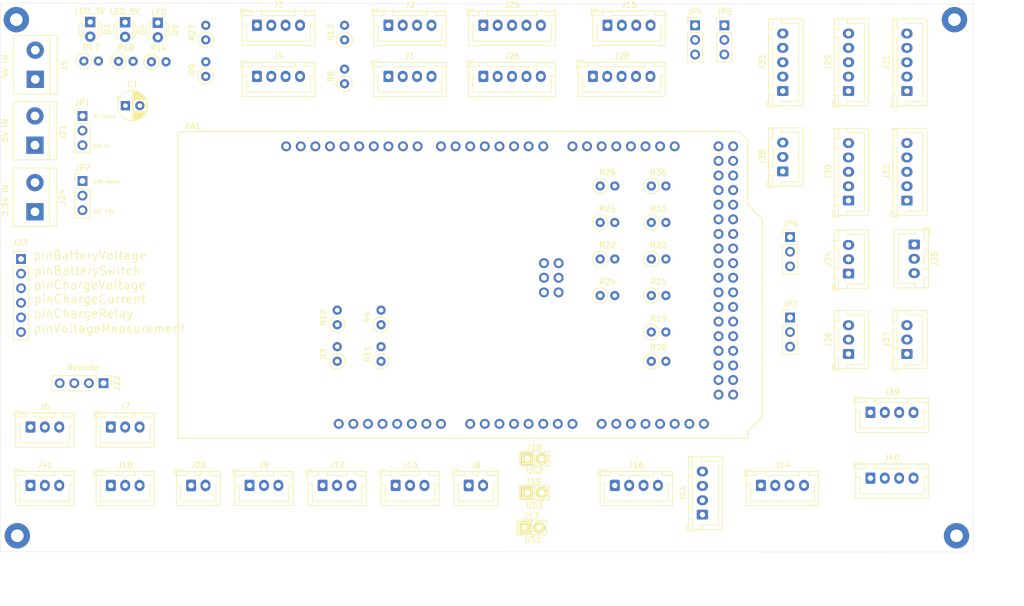
<source format=kicad_pcb>
(kicad_pcb (version 20171130) (host pcbnew "(5.1.9)-1")
  (layers (0 F.Cu signal) (31 B.Cu signal) (34 B.Paste user) (35 F.Paste user) (36 B.SilkS user) (37 F.SilkS user) (38 B.Mask user) (39 F.Mask user) (44 Edge.Cuts user))
  (net 0 "")
  (net 1 SCL1)
  (net 2 SDA1)
  (net 3 GND)
  (net 4 +9V)
  (net 5 pinMotorRightPWM)
  (net 6 pinMotorEnable)
  (net 7 pinMotorRightDir)
  (net 8 pinMotorLeftPWM)
  (net 9 pinMotorLeftDir)
  (net 10 pinMotorMowPWM)
  (net 11 pinMotorMowDir)
  (net 12 pinMotorMowEnable)
  (net 13 pinOdometryRight)
  (net 14 pinOdometryLeft)
  (net 15 pinDropLeft)
  (net 16 pinBumperLeft)
  (net 17 pinBumperRight)
  (net 18 pinDropRight)
  (net 19 pinBuzzer)
  (net 20 pinRemoteSwitch)
  (net 21 pinButton)
  (net 22 pinChargeRelay)
  (net 23 pinUserSwitch3)
  (net 24 pinUserSwitch2)
  (net 25 pinUserSwitch1)
  (net 26 pinRain)
  (net 27 pinSonarLeftEcho)
  (net 28 pinTilt)
  (net 29 pinSonarLeftTrigger)
  (net 30 pinSonarRightEcho)
  (net 31 pinSonarRightTrigger)
  (net 32 pinSonarCenterTrigger)
  (net 33 pinSonarCenterEcho)
  (net 34 pinChargeVoltage)
  (net 35 pinChargeCurrent)
  (net 36 pinVoltageMeasurement)
  (net 37 pinPerimeterLeft)
  (net 38 pinPerimeterRight)
  (net 39 pinBatteryVoltage)
  (net 40 pinRemoteSteer)
  (net 41 pinRemoteMow)
  (net 42 pinLED)
  (net 43 pinRemoteSpeed)
  (net 44 pinBatterySwitch)
  (net 45 SCL0)
  (net 46 SDA0)
  (net 47 "Net-(C1-Pad2)")
  (net 48 TX2)
  (net 49 RX2)
  (net 50 TX1)
  (net 51 RX1)
  (net 52 pinMotorMowRpm)
  (net 53 "Net-(J12-Pad3)")
  (net 54 "Net-(J13-Pad3)")
  (net 55 "Net-(D4-Pad2)")
  (net 56 "Net-(D5-Pad2)")
  (net 57 "Net-(J29-Pad4)")
  (net 58 +3V3)
  (net 59 +5V)
  (net 60 DUE_3.3V)
  (net 61 DUE_5V)
  (net 62 pinOdometryRight2)
  (net 63 pinOdometryLeft2)
  (net 64 "Net-(D3-Pad2)")
  (net 65 "Net-(J21-Pad2)")
  (net 66 "Net-(J24-Pad2)")
  (net 67 pinMotorRight2PWM)
  (net 68 pinMotorLeft2PWM)
  (net 69 "Net-(J37-Pad1)")
  (net 70 "Net-(J38-Pad1)")
  (net 71 "Net-(J33-Pad4)")
  (net 72 "Net-(J34-Pad2)")
  (net 73 "Net-(J34-Pad1)")
  (net 74 "Net-(J35-Pad1)")
  (net 75 "Net-(J36-Pad1)")
  (net 76 "Net-(J38-Pad2)")
  (net 77 TX3)
  (net 78 RX3)
  (net 79 pinMotorRight2Dir)
  (net 80 pinMotorLeft2Dir)
  (net 81 pinMotorMow2Sense)
  (net 82 pinMotorMow1Sense)
  (net 83 pinMotorLeftSense)
  (net 84 pinMotorRightSense)
  (net 85 pinMotorMowFault)
  (net 86 pinMotorLeftFault)
  (net 87 pinMotorRightFault)
  (module Connector_JST:JST_XH_B3B-XH-A_1x03_P2.50mm_Vertical (layer F.Cu) (at 107.95 119.38)
    (fp_text reference J13 (at 2.5 -3.55) (layer F.SilkS))
    (fp_text value P_Right)
    (pad 3 thru_hole oval (at 5 0) (size 1.7 1.95) (drill 0.95) (layers *.Cu *.Mask) (net 54 "Net-(J13-Pad3)"))
    (pad 2 thru_hole oval (at 2.5 0) (size 1.7 1.95) (drill 0.95) (layers *.Cu *.Mask) (net 3 GND))
    (pad 1 thru_hole roundrect (at 0 0) (size 1.7 1.95) (drill 0.95) (layers *.Cu *.Mask) (roundrect_rratio 0.147059) (net 59 +5V))
  )
  (module Connector_JST:JST_XH_B3B-XH-A_1x03_P2.50mm_Vertical (layer F.Cu) (at 95.25 119.38)
    (fp_text reference J12 (at 2.5 -3.55) (layer F.SilkS))
    (fp_text value P_Left)
    (pad 3 thru_hole oval (at 5 0) (size 1.7 1.95) (drill 0.95) (layers *.Cu *.Mask) (net 53 "Net-(J12-Pad3)"))
    (pad 2 thru_hole oval (at 2.5 0) (size 1.7 1.95) (drill 0.95) (layers *.Cu *.Mask) (net 3 GND))
    (pad 1 thru_hole roundrect (at 0 0) (size 1.7 1.95) (drill 0.95) (layers *.Cu *.Mask) (roundrect_rratio 0.147059) (net 59 +5V))
  )
  (module Connector_JST:JST_XH_B5B-XH-A_1x05_P2.50mm_Vertical (layer F.Cu) (at 142.24 48.26)
    (fp_text reference J28 (at 5 -3.55) (layer F.SilkS))
    (fp_text value Ser3)
    (pad 5 thru_hole oval (at 10 0) (size 1.7 1.95) (drill 0.95) (layers *.Cu *.Mask) (net 59 +5V))
    (pad 4 thru_hole oval (at 7.5 0) (size 1.7 1.95) (drill 0.95) (layers *.Cu *.Mask) (net 77 TX3))
    (pad 3 thru_hole oval (at 5 0) (size 1.7 1.95) (drill 0.95) (layers *.Cu *.Mask) (net 78 RX3))
    (pad 2 thru_hole oval (at 2.5 0) (size 1.7 1.95) (drill 0.95) (layers *.Cu *.Mask) (net 3 GND))
    (pad 1 thru_hole roundrect (at 0 0) (size 1.7 1.95) (drill 0.95) (layers *.Cu *.Mask) (roundrect_rratio 0.147059) (net 58 +3V3))
  )
  (module Connector_JST:JST_XH_B5B-XH-A_1x05_P2.50mm_Vertical (layer F.Cu) (at 123.19 48.26)
    (fp_text reference J26 (at 5 -3.55) (layer F.SilkS))
    (fp_text value Ser1)
    (pad 5 thru_hole oval (at 10 0) (size 1.7 1.95) (drill 0.95) (layers *.Cu *.Mask) (net 59 +5V))
    (pad 4 thru_hole oval (at 7.5 0) (size 1.7 1.95) (drill 0.95) (layers *.Cu *.Mask) (net 50 TX1))
    (pad 3 thru_hole oval (at 5 0) (size 1.7 1.95) (drill 0.95) (layers *.Cu *.Mask) (net 51 RX1))
    (pad 2 thru_hole oval (at 2.5 0) (size 1.7 1.95) (drill 0.95) (layers *.Cu *.Mask) (net 3 GND))
    (pad 1 thru_hole roundrect (at 0 0) (size 1.7 1.95) (drill 0.95) (layers *.Cu *.Mask) (roundrect_rratio 0.147059) (net 58 +3V3))
  )
  (module Connector_JST:JST_XH_B5B-XH-A_1x05_P2.50mm_Vertical (layer F.Cu) (at 123.19 39.37)
    (fp_text reference J25 (at 5 -3.55) (layer F.SilkS))
    (fp_text value Ser0)
    (pad 5 thru_hole oval (at 10 0) (size 1.7 1.95) (drill 0.95) (layers *.Cu *.Mask))
    (pad 4 thru_hole oval (at 7.5 0) (size 1.7 1.95) (drill 0.95) (layers *.Cu *.Mask))
    (pad 3 thru_hole oval (at 5 0) (size 1.7 1.95) (drill 0.95) (layers *.Cu *.Mask))
    (pad 2 thru_hole oval (at 2.5 0) (size 1.7 1.95) (drill 0.95) (layers *.Cu *.Mask))
    (pad 1 thru_hole roundrect (at 0 0) (size 1.7 1.95) (drill 0.95) (layers *.Cu *.Mask) (roundrect_rratio 0.147059))
  )
  (module Connector_JST:JST_XH_B4B-XH-A_1x04_P2.50mm_Vertical (layer F.Cu) (at 144.78 39.37)
    (fp_text reference J15 (at 3.75 -3.55) (layer F.SilkS))
    (fp_text value "Ser2 ESP32")
    (pad 4 thru_hole oval (at 7.5 0) (size 1.7 1.95) (drill 0.95) (layers *.Cu *.Mask) (net 4 +9V))
    (pad 3 thru_hole oval (at 5 0) (size 1.7 1.95) (drill 0.95) (layers *.Cu *.Mask) (net 48 TX2))
    (pad 2 thru_hole oval (at 2.5 0) (size 1.7 1.95) (drill 0.95) (layers *.Cu *.Mask) (net 49 RX2))
    (pad 1 thru_hole roundrect (at 0 0) (size 1.7 1.95) (drill 0.95) (layers *.Cu *.Mask) (roundrect_rratio 0.147059) (net 3 GND))
  )
  (module Connector_JST:JST_XH_B4B-XH-A_1x04_P2.50mm_Vertical (layer F.Cu) (at 146.05 119.38)
    (fp_text reference J16 (at 3.75 -3.55) (layer F.SilkS))
    (fp_text value Sonar_L)
    (pad 4 thru_hole oval (at 7.5 0) (size 1.7 1.95) (drill 0.95) (layers *.Cu *.Mask) (net 29 pinSonarLeftTrigger))
    (pad 3 thru_hole oval (at 5 0) (size 1.7 1.95) (drill 0.95) (layers *.Cu *.Mask) (net 27 pinSonarLeftEcho))
    (pad 2 thru_hole oval (at 2.5 0) (size 1.7 1.95) (drill 0.95) (layers *.Cu *.Mask) (net 3 GND))
    (pad 1 thru_hole roundrect (at 0 0) (size 1.7 1.95) (drill 0.95) (layers *.Cu *.Mask) (roundrect_rratio 0.147059) (net 58 +3V3))
  )
  (module Connector_JST:JST_XH_B4B-XH-A_1x04_P2.50mm_Vertical (layer F.Cu) (at 171.45 119.38)
    (fp_text reference J14 (at 3.75 -3.55) (layer F.SilkS))
    (fp_text value Sonar_R)
    (pad 4 thru_hole oval (at 7.5 0) (size 1.7 1.95) (drill 0.95) (layers *.Cu *.Mask) (net 31 pinSonarRightTrigger))
    (pad 3 thru_hole oval (at 5 0) (size 1.7 1.95) (drill 0.95) (layers *.Cu *.Mask) (net 30 pinSonarRightEcho))
    (pad 2 thru_hole oval (at 2.5 0) (size 1.7 1.95) (drill 0.95) (layers *.Cu *.Mask) (net 3 GND))
    (pad 1 thru_hole roundrect (at 0 0) (size 1.7 1.95) (drill 0.95) (layers *.Cu *.Mask) (roundrect_rratio 0.147059) (net 58 +3V3))
  )
  (module Connector_JST:JST_XH_B4B-XH-A_1x04_P2.50mm_Vertical (layer F.Cu) (at 161.29 124.46 90)
    (fp_text reference J11 (at 3.75 -3.55 90) (layer F.SilkS))
    (fp_text value Sonar_C)
    (pad 4 thru_hole oval (at 7.5 0 90) (size 1.7 1.95) (drill 0.95) (layers *.Cu *.Mask) (net 32 pinSonarCenterTrigger))
    (pad 3 thru_hole oval (at 5 0 90) (size 1.7 1.95) (drill 0.95) (layers *.Cu *.Mask) (net 33 pinSonarCenterEcho))
    (pad 2 thru_hole oval (at 2.5 0 90) (size 1.7 1.95) (drill 0.95) (layers *.Cu *.Mask) (net 3 GND))
    (pad 1 thru_hole roundrect (at 0 0 90) (size 1.7 1.95) (drill 0.95) (layers *.Cu *.Mask) (roundrect_rratio 0.147059) (net 58 +3V3))
  )
  (module Connector_JST:JST_XH_B2B-XH-A_1x02_P2.50mm_Vertical (layer F.Cu) (at 72.39 119.38)
    (fp_text reference J20 (at 1.25 -3.55) (layer F.SilkS))
    (fp_text value Button)
    (pad 2 thru_hole oval (at 2.5 0) (size 1.7 2) (drill 1) (layers *.Cu *.Mask) (net 21 pinButton))
    (pad 1 thru_hole roundrect (at 0 0) (size 1.7 2) (drill 1) (layers *.Cu *.Mask) (roundrect_rratio 0.147059) (net 3 GND))
  )
  (module Connector_JST:JST_XH_B2B-XH-A_1x02_P2.50mm_Vertical (layer F.Cu) (at 120.65 119.38)
    (fp_text reference J8 (at 1.25 -3.55) (layer F.SilkS))
    (fp_text value Tilt)
    (pad 2 thru_hole oval (at 2.5 0) (size 1.7 2) (drill 1) (layers *.Cu *.Mask) (net 28 pinTilt))
    (pad 1 thru_hole roundrect (at 0 0) (size 1.7 2) (drill 1) (layers *.Cu *.Mask) (roundrect_rratio 0.147059) (net 3 GND))
  )
  (module Connector_JST:JST_XH_B4B-XH-A_1x04_P2.50mm_Vertical (layer F.Cu) (at 83.82 48.26)
    (fp_text reference J4 (at 3.75 -3.55) (layer F.SilkS))
    (fp_text value I2C1_2)
    (pad 4 thru_hole oval (at 7.5 0) (size 1.7 1.95) (drill 0.95) (layers *.Cu *.Mask) (net 1 SCL1))
    (pad 3 thru_hole oval (at 5 0) (size 1.7 1.95) (drill 0.95) (layers *.Cu *.Mask) (net 2 SDA1))
    (pad 2 thru_hole oval (at 2.5 0) (size 1.7 1.95) (drill 0.95) (layers *.Cu *.Mask) (net 3 GND))
    (pad 1 thru_hole roundrect (at 0 0) (size 1.7 1.95) (drill 0.95) (layers *.Cu *.Mask) (roundrect_rratio 0.147059) (net 58 +3V3))
  )
  (module Connector_JST:JST_XH_B3B-XH-A_1x03_P2.50mm_Vertical (layer F.Cu) (at 58.42 119.38)
    (fp_text reference J10 (at 2.5 -3.55) (layer F.SilkS))
    (fp_text value Bumper)
    (pad 3 thru_hole oval (at 5 0) (size 1.7 1.95) (drill 0.95) (layers *.Cu *.Mask) (net 16 pinBumperLeft))
    (pad 2 thru_hole oval (at 2.5 0) (size 1.7 1.95) (drill 0.95) (layers *.Cu *.Mask) (net 17 pinBumperRight))
    (pad 1 thru_hole roundrect (at 0 0) (size 1.7 1.95) (drill 0.95) (layers *.Cu *.Mask) (roundrect_rratio 0.147059) (net 3 GND))
  )
  (module Connector_JST:JST_XH_B3B-XH-A_1x03_P2.50mm_Vertical (layer F.Cu) (at 82.55 119.38)
    (fp_text reference J9 (at 2.5 -3.55) (layer F.SilkS))
    (fp_text value Rain)
    (pad 3 thru_hole oval (at 5 0) (size 1.7 1.95) (drill 0.95) (layers *.Cu *.Mask) (net 26 pinRain))
    (pad 2 thru_hole oval (at 2.5 0) (size 1.7 1.95) (drill 0.95) (layers *.Cu *.Mask) (net 3 GND))
    (pad 1 thru_hole roundrect (at 0 0) (size 1.7 1.95) (drill 0.95) (layers *.Cu *.Mask) (roundrect_rratio 0.147059) (net 58 +3V3))
  )
  (module Connector_JST:JST_XH_B3B-XH-A_1x03_P2.50mm_Vertical (layer F.Cu) (at 58.42 109.22)
    (fp_text reference J7 (at 2.5 -3.55) (layer F.SilkS))
    (fp_text value Drop_Right)
    (pad 3 thru_hole oval (at 5 0) (size 1.7 1.95) (drill 0.95) (layers *.Cu *.Mask) (net 18 pinDropRight))
    (pad 2 thru_hole oval (at 2.5 0) (size 1.7 1.95) (drill 0.95) (layers *.Cu *.Mask) (net 3 GND))
    (pad 1 thru_hole roundrect (at 0 0) (size 1.7 1.95) (drill 0.95) (layers *.Cu *.Mask) (roundrect_rratio 0.147059) (net 58 +3V3))
  )
  (module Connector_JST:JST_XH_B3B-XH-A_1x03_P2.50mm_Vertical (layer F.Cu) (at 44.45 109.22)
    (fp_text reference J6 (at 2.5 -3.55) (layer F.SilkS))
    (fp_text value Drop_Left)
    (pad 3 thru_hole oval (at 5 0) (size 1.7 1.95) (drill 0.95) (layers *.Cu *.Mask) (net 15 pinDropLeft))
    (pad 2 thru_hole oval (at 2.5 0) (size 1.7 1.95) (drill 0.95) (layers *.Cu *.Mask) (net 3 GND))
    (pad 1 thru_hole roundrect (at 0 0) (size 1.7 1.95) (drill 0.95) (layers *.Cu *.Mask) (roundrect_rratio 0.147059) (net 58 +3V3))
  )
  (module Connector_JST:JST_XH_B4B-XH-A_1x04_P2.50mm_Vertical (layer F.Cu) (at 83.82 39.37)
    (fp_text reference J3 (at 3.75 -3.55) (layer F.SilkS))
    (fp_text value I2C1_1)
    (pad 4 thru_hole oval (at 7.5 0) (size 1.7 1.95) (drill 0.95) (layers *.Cu *.Mask) (net 1 SCL1))
    (pad 3 thru_hole oval (at 5 0) (size 1.7 1.95) (drill 0.95) (layers *.Cu *.Mask) (net 2 SDA1))
    (pad 2 thru_hole oval (at 2.5 0) (size 1.7 1.95) (drill 0.95) (layers *.Cu *.Mask) (net 3 GND))
    (pad 1 thru_hole roundrect (at 0 0) (size 1.7 1.95) (drill 0.95) (layers *.Cu *.Mask) (roundrect_rratio 0.147059) (net 58 +3V3))
  )
  (module Connector_JST:JST_XH_B4B-XH-A_1x04_P2.50mm_Vertical (layer F.Cu) (at 106.68 39.37)
    (fp_text reference J2 (at 3.75 -3.55) (layer F.SilkS))
    (fp_text value I2C0_2)
    (pad 4 thru_hole oval (at 7.5 0) (size 1.7 1.95) (drill 0.95) (layers *.Cu *.Mask) (net 45 SCL0))
    (pad 3 thru_hole oval (at 5 0) (size 1.7 1.95) (drill 0.95) (layers *.Cu *.Mask) (net 46 SDA0))
    (pad 2 thru_hole oval (at 2.5 0) (size 1.7 1.95) (drill 0.95) (layers *.Cu *.Mask) (net 3 GND))
    (pad 1 thru_hole roundrect (at 0 0) (size 1.7 1.95) (drill 0.95) (layers *.Cu *.Mask) (roundrect_rratio 0.147059) (net 58 +3V3))
  )
  (module Connector_JST:JST_XH_B4B-XH-A_1x04_P2.50mm_Vertical (layer F.Cu) (at 106.68 48.26)
    (fp_text reference J1 (at 3.75 -3.55) (layer F.SilkS))
    (fp_text value I2C0_1)
    (pad 4 thru_hole oval (at 7.5 0) (size 1.7 1.95) (drill 0.95) (layers *.Cu *.Mask) (net 45 SCL0))
    (pad 3 thru_hole oval (at 5 0) (size 1.7 1.95) (drill 0.95) (layers *.Cu *.Mask) (net 46 SDA0))
    (pad 2 thru_hole oval (at 2.5 0) (size 1.7 1.95) (drill 0.95) (layers *.Cu *.Mask) (net 3 GND))
    (pad 1 thru_hole roundrect (at 0 0) (size 1.7 1.95) (drill 0.95) (layers *.Cu *.Mask) (roundrect_rratio 0.147059) (net 58 +3V3))
  )
  (module Connector_JST:JST_XH_B3B-XH-A_1x03_P2.50mm_Vertical (layer F.Cu) (at 44.45 119.38)
    (fp_text reference J41 (at 2.5 -3.55) (layer F.SilkS))
    (fp_text value Buzzer)
    (pad 3 thru_hole oval (at 5 0) (size 1.7 1.95) (drill 0.95) (layers *.Cu *.Mask) (net 19 pinBuzzer))
    (pad 2 thru_hole oval (at 2.5 0) (size 1.7 1.95) (drill 0.95) (layers *.Cu *.Mask) (net 3 GND))
    (pad 1 thru_hole roundrect (at 0 0) (size 1.7 1.95) (drill 0.95) (layers *.Cu *.Mask) (roundrect_rratio 0.147059) (net 59 +5V))
  )
  (module Connector_JST:JST_XH_B4B-XH-A_1x04_P2.50mm_Vertical (layer F.Cu) (at 190.5 118.11)
    (fp_text reference J40 (at 3.75 -3.55) (layer F.SilkS))
    (fp_text value "MC33926 compatibility fault")
    (pad 4 thru_hole oval (at 7.5 0) (size 1.7 1.95) (drill 0.95) (layers *.Cu *.Mask))
    (pad 3 thru_hole oval (at 5 0) (size 1.7 1.95) (drill 0.95) (layers *.Cu *.Mask) (net 85 pinMotorMowFault))
    (pad 2 thru_hole oval (at 2.5 0) (size 1.7 1.95) (drill 0.95) (layers *.Cu *.Mask) (net 86 pinMotorLeftFault))
    (pad 1 thru_hole roundrect (at 0 0) (size 1.7 1.95) (drill 0.95) (layers *.Cu *.Mask) (roundrect_rratio 0.147059) (net 87 pinMotorRightFault))
  )
  (module Connector_JST:JST_XH_B4B-XH-A_1x04_P2.50mm_Vertical (layer F.Cu) (at 190.5 106.68)
    (fp_text reference J39 (at 3.75 -3.55) (layer F.SilkS))
    (fp_text value "MC33926 compatibility sense")
    (pad 4 thru_hole oval (at 7.5 0) (size 1.7 1.95) (drill 0.95) (layers *.Cu *.Mask) (net 81 pinMotorMow2Sense))
    (pad 3 thru_hole oval (at 5 0) (size 1.7 1.95) (drill 0.95) (layers *.Cu *.Mask) (net 82 pinMotorMow1Sense))
    (pad 2 thru_hole oval (at 2.5 0) (size 1.7 1.95) (drill 0.95) (layers *.Cu *.Mask) (net 83 pinMotorLeftSense))
    (pad 1 thru_hole roundrect (at 0 0) (size 1.7 1.95) (drill 0.95) (layers *.Cu *.Mask) (roundrect_rratio 0.147059) (net 84 pinMotorRightSense))
  )
  (module Resistor_THT:R_Axial_DIN0207_L6.3mm_D2.5mm_P2.54mm_Vertical (layer F.Cu) (at 74.93 41.91 90)
    (fp_text reference R27 (at 1.27 -2.37 90) (layer F.SilkS))
    (fp_text value XXX)
    (pad 2 thru_hole oval (at 2.54 0 90) (size 1.6 1.6) (drill 0.8) (layers *.Cu *.Mask) (net 58 +3V3))
    (pad 1 thru_hole circle (at 0 0 90) (size 1.6 1.6) (drill 0.8) (layers *.Cu *.Mask) (net 2 SDA1))
  )
  (module Resistor_THT:R_Axial_DIN0207_L6.3mm_D2.5mm_P2.54mm_Vertical (layer F.Cu) (at 99.06 41.91 90)
    (fp_text reference R13 (at 1.27 -2.37 90) (layer F.SilkS))
    (fp_text value XXX)
    (pad 2 thru_hole oval (at 2.54 0 90) (size 1.6 1.6) (drill 0.8) (layers *.Cu *.Mask) (net 58 +3V3))
    (pad 1 thru_hole circle (at 0 0 90) (size 1.6 1.6) (drill 0.8) (layers *.Cu *.Mask) (net 46 SDA0))
  )
  (module Resistor_THT:R_Axial_DIN0207_L6.3mm_D2.5mm_P2.54mm_Vertical (layer F.Cu) (at 74.93 48.26 90)
    (fp_text reference R9 (at 1.27 -2.37 90) (layer F.SilkS))
    (fp_text value XXX)
    (pad 2 thru_hole oval (at 2.54 0 90) (size 1.6 1.6) (drill 0.8) (layers *.Cu *.Mask) (net 58 +3V3))
    (pad 1 thru_hole circle (at 0 0 90) (size 1.6 1.6) (drill 0.8) (layers *.Cu *.Mask) (net 1 SCL1))
  )
  (module Resistor_THT:R_Axial_DIN0207_L6.3mm_D2.5mm_P2.54mm_Vertical (layer F.Cu) (at 99.06 49.53 90)
    (fp_text reference R8 (at 1.27 -2.37 90) (layer F.SilkS))
    (fp_text value XXX)
    (pad 2 thru_hole oval (at 2.54 0 90) (size 1.6 1.6) (drill 0.8) (layers *.Cu *.Mask) (net 58 +3V3))
    (pad 1 thru_hole circle (at 0 0 90) (size 1.6 1.6) (drill 0.8) (layers *.Cu *.Mask) (net 45 SCL0))
  )
  (module Connector_JST:JST_XH_B3B-XH-A_1x03_P2.50mm_Vertical (layer F.Cu) (at 175.26 64.77 90)
    (fp_text reference J38 (at 2.5 -3.55 90) (layer F.SilkS))
    (fp_text value ODOCutter)
    (pad 3 thru_hole oval (at 5 0 90) (size 1.7 1.95) (drill 0.95) (layers *.Cu *.Mask) (net 3 GND))
    (pad 2 thru_hole oval (at 2.5 0 90) (size 1.7 1.95) (drill 0.95) (layers *.Cu *.Mask) (net 76 "Net-(J38-Pad2)"))
    (pad 1 thru_hole roundrect (at 0 0 90) (size 1.7 1.95) (drill 0.95) (layers *.Cu *.Mask) (roundrect_rratio 0.147059) (net 70 "Net-(J38-Pad1)"))
  )
  (module Connector_JST:JST_XH_B3B-XH-A_1x03_P2.50mm_Vertical (layer F.Cu) (at 196.85 96.52 90)
    (fp_text reference J37 (at 2.5 -3.55 90) (layer F.SilkS))
    (fp_text value ODOLeft2)
    (pad 3 thru_hole oval (at 5 0 90) (size 1.7 1.95) (drill 0.95) (layers *.Cu *.Mask) (net 3 GND))
    (pad 2 thru_hole oval (at 2.5 0 90) (size 1.7 1.95) (drill 0.95) (layers *.Cu *.Mask) (net 72 "Net-(J34-Pad2)"))
    (pad 1 thru_hole roundrect (at 0 0 90) (size 1.7 1.95) (drill 0.95) (layers *.Cu *.Mask) (roundrect_rratio 0.147059) (net 69 "Net-(J37-Pad1)"))
  )
  (module Connector_JST:JST_XH_B3B-XH-A_1x03_P2.50mm_Vertical (layer F.Cu) (at 186.69 96.52 90)
    (fp_text reference J36 (at 2.5 -3.55 90) (layer F.SilkS))
    (fp_text value ODOLeft1)
    (pad 3 thru_hole oval (at 5 0 90) (size 1.7 1.95) (drill 0.95) (layers *.Cu *.Mask) (net 3 GND))
    (pad 2 thru_hole oval (at 2.5 0 90) (size 1.7 1.95) (drill 0.95) (layers *.Cu *.Mask) (net 72 "Net-(J34-Pad2)"))
    (pad 1 thru_hole roundrect (at 0 0 90) (size 1.7 1.95) (drill 0.95) (layers *.Cu *.Mask) (roundrect_rratio 0.147059) (net 75 "Net-(J36-Pad1)"))
  )
  (module Connector_JST:JST_XH_B3B-XH-A_1x03_P2.50mm_Vertical (layer F.Cu) (at 198.12 77.47 270)
    (fp_text reference J35 (at 2.5 -3.55 90) (layer F.SilkS))
    (fp_text value ODORight2)
    (pad 3 thru_hole oval (at 5 0 270) (size 1.7 1.95) (drill 0.95) (layers *.Cu *.Mask) (net 3 GND))
    (pad 2 thru_hole oval (at 2.5 0 270) (size 1.7 1.95) (drill 0.95) (layers *.Cu *.Mask) (net 72 "Net-(J34-Pad2)"))
    (pad 1 thru_hole roundrect (at 0 0 270) (size 1.7 1.95) (drill 0.95) (layers *.Cu *.Mask) (roundrect_rratio 0.147059) (net 74 "Net-(J35-Pad1)"))
  )
  (module Connector_JST:JST_XH_B3B-XH-A_1x03_P2.50mm_Vertical (layer F.Cu) (at 186.69 82.55 90)
    (fp_text reference J34 (at 2.5 -3.55 90) (layer F.SilkS))
    (fp_text value ODORight1)
    (pad 3 thru_hole oval (at 5 0 90) (size 1.7 1.95) (drill 0.95) (layers *.Cu *.Mask) (net 3 GND))
    (pad 2 thru_hole oval (at 2.5 0 90) (size 1.7 1.95) (drill 0.95) (layers *.Cu *.Mask) (net 72 "Net-(J34-Pad2)"))
    (pad 1 thru_hole roundrect (at 0 0 90) (size 1.7 1.95) (drill 0.95) (layers *.Cu *.Mask) (roundrect_rratio 0.147059) (net 73 "Net-(J34-Pad1)"))
  )
  (module Resistor_THT:R_Axial_DIN0207_L6.3mm_D2.5mm_P2.54mm_Vertical (layer F.Cu) (at 143.51 67.31)
    (fp_text reference R26 (at 1.27 -2.37) (layer F.SilkS))
    (fp_text value 1.5KO)
    (pad 2 thru_hole oval (at 2.54 0) (size 1.6 1.6) (drill 0.8) (layers *.Cu *.Mask) (net 3 GND))
    (pad 1 thru_hole circle (at 0 0) (size 1.6 1.6) (drill 0.8) (layers *.Cu *.Mask) (net 70 "Net-(J38-Pad1)"))
  )
  (module Resistor_THT:R_Axial_DIN0207_L6.3mm_D2.5mm_P2.54mm_Vertical (layer F.Cu) (at 143.51 73.66)
    (fp_text reference R25 (at 1.27 -2.37) (layer F.SilkS))
    (fp_text value 1.5KO)
    (pad 2 thru_hole oval (at 2.54 0) (size 1.6 1.6) (drill 0.8) (layers *.Cu *.Mask) (net 3 GND))
    (pad 1 thru_hole circle (at 0 0) (size 1.6 1.6) (drill 0.8) (layers *.Cu *.Mask) (net 69 "Net-(J37-Pad1)"))
  )
  (module Resistor_THT:R_Axial_DIN0207_L6.3mm_D2.5mm_P2.54mm_Vertical (layer F.Cu) (at 143.51 86.36)
    (fp_text reference R24 (at 1.27 -2.37) (layer F.SilkS))
    (fp_text value 1.5KO)
    (pad 2 thru_hole oval (at 2.54 0) (size 1.6 1.6) (drill 0.8) (layers *.Cu *.Mask) (net 3 GND))
    (pad 1 thru_hole circle (at 0 0) (size 1.6 1.6) (drill 0.8) (layers *.Cu *.Mask) (net 75 "Net-(J36-Pad1)"))
  )
  (module Resistor_THT:R_Axial_DIN0207_L6.3mm_D2.5mm_P2.54mm_Vertical (layer F.Cu) (at 152.4 80.01)
    (fp_text reference R23 (at 1.27 -2.37) (layer F.SilkS))
    (fp_text value 1.5KO)
    (pad 2 thru_hole oval (at 2.54 0) (size 1.6 1.6) (drill 0.8) (layers *.Cu *.Mask) (net 3 GND))
    (pad 1 thru_hole circle (at 0 0) (size 1.6 1.6) (drill 0.8) (layers *.Cu *.Mask) (net 74 "Net-(J35-Pad1)"))
  )
  (module Resistor_THT:R_Axial_DIN0207_L6.3mm_D2.5mm_P2.54mm_Vertical (layer F.Cu) (at 143.51 80.01)
    (fp_text reference R22 (at 1.27 -2.37) (layer F.SilkS))
    (fp_text value 1KO)
    (pad 2 thru_hole oval (at 2.54 0) (size 1.6 1.6) (drill 0.8) (layers *.Cu *.Mask) (net 70 "Net-(J38-Pad1)"))
    (pad 1 thru_hole circle (at 0 0) (size 1.6 1.6) (drill 0.8) (layers *.Cu *.Mask) (net 52 pinMotorMowRpm))
  )
  (module Resistor_THT:R_Axial_DIN0207_L6.3mm_D2.5mm_P2.54mm_Vertical (layer F.Cu) (at 152.4 86.36)
    (fp_text reference R21 (at 1.27 -2.37) (layer F.SilkS))
    (fp_text value 1KO)
    (pad 2 thru_hole oval (at 2.54 0) (size 1.6 1.6) (drill 0.8) (layers *.Cu *.Mask) (net 69 "Net-(J37-Pad1)"))
    (pad 1 thru_hole circle (at 0 0) (size 1.6 1.6) (drill 0.8) (layers *.Cu *.Mask) (net 63 pinOdometryLeft2))
  )
  (module Resistor_THT:R_Axial_DIN0207_L6.3mm_D2.5mm_P2.54mm_Vertical (layer F.Cu) (at 152.4 97.79)
    (fp_text reference R20 (at 1.27 -2.37) (layer F.SilkS))
    (fp_text value 1KO)
    (pad 2 thru_hole oval (at 2.54 0) (size 1.6 1.6) (drill 0.8) (layers *.Cu *.Mask) (net 75 "Net-(J36-Pad1)"))
    (pad 1 thru_hole circle (at 0 0) (size 1.6 1.6) (drill 0.8) (layers *.Cu *.Mask) (net 14 pinOdometryLeft))
  )
  (module Resistor_THT:R_Axial_DIN0207_L6.3mm_D2.5mm_P2.54mm_Vertical (layer F.Cu) (at 152.4 92.71)
    (fp_text reference R19 (at 1.27 -2.37) (layer F.SilkS))
    (fp_text value 1KO)
    (pad 2 thru_hole oval (at 2.54 0) (size 1.6 1.6) (drill 0.8) (layers *.Cu *.Mask) (net 74 "Net-(J35-Pad1)"))
    (pad 1 thru_hole circle (at 0 0) (size 1.6 1.6) (drill 0.8) (layers *.Cu *.Mask) (net 62 pinOdometryRight2))
  )
  (module Connector_PinHeader_2.54mm:PinHeader_1x03_P2.54mm_Vertical (layer F.Cu) (at 176.53 90.17)
    (fp_text reference JP7 (at 0 -2.33) (layer F.SilkS))
    (fp_text value CRPM_Power)
    (pad 3 thru_hole oval (at 0 5.08) (size 1.7 1.7) (drill 1) (layers *.Cu *.Mask) (net 59 +5V))
    (pad 2 thru_hole oval (at 0 2.54) (size 1.7 1.7) (drill 1) (layers *.Cu *.Mask) (net 76 "Net-(J38-Pad2)"))
    (pad 1 thru_hole rect (at 0 0) (size 1.7 1.7) (drill 1) (layers *.Cu *.Mask) (net 58 +3V3))
  )
  (module Connector_PinHeader_2.54mm:PinHeader_1x03_P2.54mm_Vertical (layer F.Cu) (at 176.53 76.2)
    (fp_text reference JP6 (at 0 -2.33) (layer F.SilkS))
    (fp_text value ODO_Power)
    (pad 3 thru_hole oval (at 0 5.08) (size 1.7 1.7) (drill 1) (layers *.Cu *.Mask) (net 59 +5V))
    (pad 2 thru_hole oval (at 0 2.54) (size 1.7 1.7) (drill 1) (layers *.Cu *.Mask) (net 72 "Net-(J34-Pad2)"))
    (pad 1 thru_hole rect (at 0 0) (size 1.7 1.7) (drill 1) (layers *.Cu *.Mask) (net 58 +3V3))
  )
  (module Connector_PinHeader_2.54mm:PinHeader_1x03_P2.54mm_Vertical (layer F.Cu) (at 165.1 39.37)
    (fp_text reference JP5 (at 0 -2.33) (layer F.SilkS))
    (fp_text value Cutter_Power)
    (pad 3 thru_hole oval (at 0 5.08) (size 1.7 1.7) (drill 1) (layers *.Cu *.Mask) (net 59 +5V))
    (pad 2 thru_hole oval (at 0 2.54) (size 1.7 1.7) (drill 1) (layers *.Cu *.Mask) (net 71 "Net-(J33-Pad4)"))
    (pad 1 thru_hole rect (at 0 0) (size 1.7 1.7) (drill 1) (layers *.Cu *.Mask) (net 58 +3V3))
  )
  (module Connector_PinHeader_2.54mm:PinHeader_1x03_P2.54mm_Vertical (layer F.Cu) (at 160.02 39.37)
    (fp_text reference JP4 (at 0 -2.33) (layer F.SilkS))
    (fp_text value Motor_Driver_Power)
    (pad 3 thru_hole oval (at 0 5.08) (size 1.7 1.7) (drill 1) (layers *.Cu *.Mask) (net 59 +5V))
    (pad 2 thru_hole oval (at 0 2.54) (size 1.7 1.7) (drill 1) (layers *.Cu *.Mask) (net 57 "Net-(J29-Pad4)"))
    (pad 1 thru_hole rect (at 0 0) (size 1.7 1.7) (drill 1) (layers *.Cu *.Mask) (net 58 +3V3))
  )
  (module Connector_JST:JST_XH_B5B-XH-A_1x05_P2.50mm_Vertical (layer F.Cu) (at 175.26 50.8 90)
    (fp_text reference J33 (at 5 -3.55 90) (layer F.SilkS))
    (fp_text value Cutter_Motor)
    (pad 5 thru_hole oval (at 10 0 90) (size 1.7 1.95) (drill 0.95) (layers *.Cu *.Mask) (net 3 GND))
    (pad 4 thru_hole oval (at 7.5 0 90) (size 1.7 1.95) (drill 0.95) (layers *.Cu *.Mask) (net 71 "Net-(J33-Pad4)"))
    (pad 3 thru_hole oval (at 5 0 90) (size 1.7 1.95) (drill 0.95) (layers *.Cu *.Mask) (net 12 pinMotorMowEnable))
    (pad 2 thru_hole oval (at 2.5 0 90) (size 1.7 1.95) (drill 0.95) (layers *.Cu *.Mask) (net 11 pinMotorMowDir))
    (pad 1 thru_hole roundrect (at 0 0 90) (size 1.7 1.95) (drill 0.95) (layers *.Cu *.Mask) (roundrect_rratio 0.147059) (net 10 pinMotorMowPWM))
  )
  (module Connector_JST:JST_XH_B5B-XH-A_1x05_P2.50mm_Vertical (layer F.Cu) (at 196.85 69.85 90)
    (fp_text reference J32 (at 5 -3.55 90) (layer F.SilkS))
    (fp_text value Motor_Left2)
    (pad 5 thru_hole oval (at 10 0 90) (size 1.7 1.95) (drill 0.95) (layers *.Cu *.Mask) (net 3 GND))
    (pad 4 thru_hole oval (at 7.5 0 90) (size 1.7 1.95) (drill 0.95) (layers *.Cu *.Mask) (net 57 "Net-(J29-Pad4)"))
    (pad 3 thru_hole oval (at 5 0 90) (size 1.7 1.95) (drill 0.95) (layers *.Cu *.Mask) (net 6 pinMotorEnable))
    (pad 2 thru_hole oval (at 2.5 0 90) (size 1.7 1.95) (drill 0.95) (layers *.Cu *.Mask) (net 80 pinMotorLeft2Dir))
    (pad 1 thru_hole roundrect (at 0 0 90) (size 1.7 1.95) (drill 0.95) (layers *.Cu *.Mask) (roundrect_rratio 0.147059) (net 68 pinMotorLeft2PWM))
  )
  (module Connector_JST:JST_XH_B5B-XH-A_1x05_P2.50mm_Vertical (layer F.Cu) (at 196.85 50.8 90)
    (fp_text reference J31 (at 5 -3.55 90) (layer F.SilkS))
    (fp_text value Motor_Left1)
    (pad 5 thru_hole oval (at 10 0 90) (size 1.7 1.95) (drill 0.95) (layers *.Cu *.Mask) (net 3 GND))
    (pad 4 thru_hole oval (at 7.5 0 90) (size 1.7 1.95) (drill 0.95) (layers *.Cu *.Mask) (net 57 "Net-(J29-Pad4)"))
    (pad 3 thru_hole oval (at 5 0 90) (size 1.7 1.95) (drill 0.95) (layers *.Cu *.Mask) (net 6 pinMotorEnable))
    (pad 2 thru_hole oval (at 2.5 0 90) (size 1.7 1.95) (drill 0.95) (layers *.Cu *.Mask) (net 9 pinMotorLeftDir))
    (pad 1 thru_hole roundrect (at 0 0 90) (size 1.7 1.95) (drill 0.95) (layers *.Cu *.Mask) (roundrect_rratio 0.147059) (net 8 pinMotorLeftPWM))
  )
  (module Connector_JST:JST_XH_B5B-XH-A_1x05_P2.50mm_Vertical (layer F.Cu) (at 186.69 69.85 90)
    (fp_text reference J30 (at 5 -3.55 90) (layer F.SilkS))
    (fp_text value Motor_Right2)
    (pad 5 thru_hole oval (at 10 0 90) (size 1.7 1.95) (drill 0.95) (layers *.Cu *.Mask) (net 3 GND))
    (pad 4 thru_hole oval (at 7.5 0 90) (size 1.7 1.95) (drill 0.95) (layers *.Cu *.Mask) (net 57 "Net-(J29-Pad4)"))
    (pad 3 thru_hole oval (at 5 0 90) (size 1.7 1.95) (drill 0.95) (layers *.Cu *.Mask) (net 6 pinMotorEnable))
    (pad 2 thru_hole oval (at 2.5 0 90) (size 1.7 1.95) (drill 0.95) (layers *.Cu *.Mask) (net 79 pinMotorRight2Dir))
    (pad 1 thru_hole roundrect (at 0 0 90) (size 1.7 1.95) (drill 0.95) (layers *.Cu *.Mask) (roundrect_rratio 0.147059) (net 67 pinMotorRight2PWM))
  )
  (module Connector_JST:JST_XH_B5B-XH-A_1x05_P2.50mm_Vertical (layer F.Cu) (at 186.69 50.8 90)
    (fp_text reference J29 (at 5 -3.55 90) (layer F.SilkS))
    (fp_text value Motor_Right1)
    (pad 5 thru_hole oval (at 10 0 90) (size 1.7 1.95) (drill 0.95) (layers *.Cu *.Mask) (net 3 GND))
    (pad 4 thru_hole oval (at 7.5 0 90) (size 1.7 1.95) (drill 0.95) (layers *.Cu *.Mask) (net 57 "Net-(J29-Pad4)"))
    (pad 3 thru_hole oval (at 5 0 90) (size 1.7 1.95) (drill 0.95) (layers *.Cu *.Mask) (net 6 pinMotorEnable))
    (pad 2 thru_hole oval (at 2.5 0 90) (size 1.7 1.95) (drill 0.95) (layers *.Cu *.Mask) (net 7 pinMotorRightDir))
    (pad 1 thru_hole roundrect (at 0 0 90) (size 1.7 1.95) (drill 0.95) (layers *.Cu *.Mask) (roundrect_rratio 0.147059) (net 5 pinMotorRightPWM))
  )
  (module Resistor_THT:R_Axial_DIN0207_L6.3mm_D2.5mm_P2.54mm_Vertical (layer F.Cu) (at 152.4 67.31)
    (fp_text reference R36 (at 1.27 -2.37) (layer F.SilkS))
    (fp_text value 1.5KO)
    (pad 2 thru_hole oval (at 2.54 0) (size 1.6 1.6) (drill 0.8) (layers *.Cu *.Mask) (net 3 GND))
    (pad 1 thru_hole circle (at 0 0) (size 1.6 1.6) (drill 0.8) (layers *.Cu *.Mask) (net 73 "Net-(J34-Pad1)"))
  )
  (module Resistor_THT:R_Axial_DIN0207_L6.3mm_D2.5mm_P2.54mm_Vertical (layer F.Cu) (at 152.4 73.66)
    (fp_text reference R31 (at 1.27 -2.37) (layer F.SilkS))
    (fp_text value 1KO)
    (pad 2 thru_hole oval (at 2.54 0) (size 1.6 1.6) (drill 0.8) (layers *.Cu *.Mask) (net 73 "Net-(J34-Pad1)"))
    (pad 1 thru_hole circle (at 0 0) (size 1.6 1.6) (drill 0.8) (layers *.Cu *.Mask) (net 13 pinOdometryRight))
  )
  (module TerminalBlock:TerminalBlock_bornier-2_P5.08mm (layer F.Cu) (at 45.23 60.21 90)
    (fp_text reference J21 (at 2.24 4.85 90) (layer F.SilkS))
    (fp_text value "5V IN" (at 2.59 -5.22 90) (layer F.SilkS))
    (pad 2 thru_hole circle (at 5.08 0 90) (size 3 3) (drill 1.52) (layers *.Cu *.Mask) (net 65 "Net-(J21-Pad2)"))
    (pad 1 thru_hole rect (at 0 0 90) (size 3 3) (drill 1.52) (layers *.Cu *.Mask) (net 3 GND))
  )
  (module Connector_PinHeader_2.54mm:PinHeader_1x04_P2.54mm_Vertical (layer F.Cu) (at 57.15 101.6 270)
    (fp_text reference J22 (at 0 -2.33 90) (layer F.SilkS))
    (fp_text value Remote (at -2.71 3.54) (layer F.SilkS))
    (pad 1 thru_hole rect (at 0 0 270) (size 1.7 1.7) (drill 1) (layers *.Cu *.Mask) (net 43 pinRemoteSpeed))
    (pad 2 thru_hole oval (at 0 2.54 270) (size 1.7 1.7) (drill 1) (layers *.Cu *.Mask) (net 40 pinRemoteSteer))
    (pad 3 thru_hole oval (at 0 5.08 270) (size 1.7 1.7) (drill 1) (layers *.Cu *.Mask) (net 41 pinRemoteMow))
    (pad 4 thru_hole oval (at 0 7.62 270) (size 1.7 1.7) (drill 1) (layers *.Cu *.Mask) (net 20 pinRemoteSwitch))
  )
  (module Connector_PinHeader_2.54mm:PinHeader_1x06_P2.54mm_Vertical (layer F.Cu) (at 42.81 80.01)
    (fp_text reference J23 (at -0.15 -2.82) (layer F.SilkS))
    (fp_text value PCB_2)
    (pad 6 thru_hole oval (at 0 12.7) (size 1.7 1.7) (drill 1) (layers *.Cu *.Mask) (net 36 pinVoltageMeasurement))
    (pad 5 thru_hole oval (at 0 10.16) (size 1.7 1.7) (drill 1) (layers *.Cu *.Mask) (net 22 pinChargeRelay))
    (pad 4 thru_hole oval (at 0 7.62) (size 1.7 1.7) (drill 1) (layers *.Cu *.Mask) (net 35 pinChargeCurrent))
    (pad 3 thru_hole oval (at 0 5.08) (size 1.7 1.7) (drill 1) (layers *.Cu *.Mask) (net 34 pinChargeVoltage))
    (pad 2 thru_hole oval (at 0 2.54) (size 1.7 1.7) (drill 1) (layers *.Cu *.Mask) (net 44 pinBatterySwitch))
    (pad 1 thru_hole rect (at 0 0) (size 1.7 1.7) (drill 1) (layers *.Cu *.Mask) (net 39 pinBatteryVoltage))
  )
  (module TerminalBlock:TerminalBlock_bornier-2_P5.08mm (layer F.Cu) (at 45.23 71.8 90)
    (fp_text reference J24 (at 2.52 4.73 90) (layer F.SilkS))
    (fp_text value "3.3V IN" (at 2.05 -5.16 90) (layer F.SilkS))
    (pad 2 thru_hole circle (at 5.08 0 90) (size 3 3) (drill 1.52) (layers *.Cu *.Mask) (net 66 "Net-(J24-Pad2)"))
    (pad 1 thru_hole rect (at 0 0 90) (size 3 3) (drill 1.52) (layers *.Cu *.Mask) (net 3 GND))
  )
  (module LED_THT:LED_D3.0mm (layer F.Cu) (at 66.59 38.93 270)
    (fp_text reference D5 (at 1.27 -2.96 90) (layer F.SilkS))
    (fp_text value LED (at -1.85 -0.19) (layer F.SilkS))
    (pad 2 thru_hole circle (at 2.54 0 270) (size 1.8 1.8) (drill 0.9) (layers *.Cu *.Mask) (net 56 "Net-(D5-Pad2)"))
    (pad 1 thru_hole rect (at 0 0 270) (size 1.8 1.8) (drill 0.9) (layers *.Cu *.Mask) (net 3 GND))
  )
  (module Connector_PinHeader_2.54mm:PinHeader_1x03_P2.54mm_Vertical (layer F.Cu) (at 53.49 66.44)
    (fp_text reference JP2 (at 0 -2.33) (layer F.SilkS))
    (fp_text value Jumper_3.3V)
    (pad 3 thru_hole oval (at 0 5.08) (size 1.7 1.7) (drill 1) (layers *.Cu *.Mask) (net 60 DUE_3.3V))
    (pad 2 thru_hole oval (at 0 2.54) (size 1.7 1.7) (drill 1) (layers *.Cu *.Mask) (net 58 +3V3))
    (pad 1 thru_hole rect (at 0 0) (size 1.7 1.7) (drill 1) (layers *.Cu *.Mask) (net 66 "Net-(J24-Pad2)"))
  )
  (module Connector_PinHeader_2.54mm:PinHeader_1x03_P2.54mm_Vertical (layer F.Cu) (at 53.49 55.14)
    (fp_text reference JP1 (at 0 -2.33) (layer F.SilkS))
    (fp_text value Jumper_5V)
    (pad 3 thru_hole oval (at 0 5.08) (size 1.7 1.7) (drill 1) (layers *.Cu *.Mask) (net 61 DUE_5V))
    (pad 2 thru_hole oval (at 0 2.54) (size 1.7 1.7) (drill 1) (layers *.Cu *.Mask) (net 59 +5V))
    (pad 1 thru_hole rect (at 0 0) (size 1.7 1.7) (drill 1) (layers *.Cu *.Mask) (net 65 "Net-(J21-Pad2)"))
  )
  (module MountingHole:MountingHole_2.2mm_M2_Pad_TopBottom (layer F.Cu) (at 42.16 128.13)
    (fp_text reference H4 (at 0.13 0) (layer F.SilkS))
    (fp_text value MountingHole_Pad)
    (pad 1 connect circle (at 0 0) (size 4.4 4.4) (layers B.Cu B.Mask) (net 3 GND))
    (pad 1 connect circle (at 0 0) (size 4.4 4.4) (layers F.Cu F.Mask) (net 3 GND))
    (pad 1 thru_hole circle (at 0 0) (size 2.6 2.6) (drill 2.2) (layers *.Cu *.Mask) (net 3 GND))
  )
  (module MountingHole:MountingHole_2.2mm_M2_Pad_TopBottom (layer F.Cu) (at 205.47 128.13)
    (fp_text reference H3 (at 0.05 0.15) (layer F.SilkS))
    (fp_text value MountingHole_Pad)
    (pad 1 connect circle (at 0 0) (size 4.4 4.4) (layers B.Cu B.Mask) (net 3 GND))
    (pad 1 connect circle (at 0 0) (size 4.4 4.4) (layers F.Cu F.Mask) (net 3 GND))
    (pad 1 thru_hole circle (at 0 0) (size 2.6 2.6) (drill 2.2) (layers *.Cu *.Mask) (net 3 GND))
  )
  (module MountingHole:MountingHole_2.2mm_M2_Pad_TopBottom (layer F.Cu) (at 205.12 38.39)
    (fp_text reference H2 (at -0.2 0.06) (layer F.SilkS))
    (fp_text value MountingHole_Pad)
    (pad 1 connect circle (at 0 0) (size 4.4 4.4) (layers B.Cu B.Mask) (net 3 GND))
    (pad 1 connect circle (at 0 0) (size 4.4 4.4) (layers F.Cu F.Mask) (net 3 GND))
    (pad 1 thru_hole circle (at 0 0) (size 2.6 2.6) (drill 2.2) (layers *.Cu *.Mask) (net 3 GND))
  )
  (module MountingHole:MountingHole_2.2mm_M2_Pad_TopBottom (layer F.Cu) (at 41.99 38.39)
    (fp_text reference H1 (at 0.15 -0.05) (layer F.SilkS))
    (fp_text value MountingHole_Pad)
    (pad 1 connect circle (at 0 0) (size 4.4 4.4) (layers B.Cu B.Mask) (net 3 GND))
    (pad 1 connect circle (at 0 0) (size 4.4 4.4) (layers F.Cu F.Mask) (net 3 GND))
    (pad 1 thru_hole circle (at 0 0) (size 2.6 2.6) (drill 2.2) (layers *.Cu *.Mask) (net 3 GND))
  )
  (module Zimprich:Pin_Header_KK110_1x02_3D (layer F.Cu) (at 132.08 120.65)
    (fp_text reference J19 (at -0.15 -2.04) (layer F.SilkS))
    (fp_text value US3 (at 0.02 2.18) (layer F.SilkS))
    (pad 2 thru_hole oval (at 1.27 0) (size 2.032 2.032) (drill 1.016) (layers *.Cu *.Mask F.SilkS) (net 23 pinUserSwitch3))
    (pad 1 thru_hole rect (at -1.27 0) (size 2.032 2.032) (drill 1.016) (layers *.Cu *.Mask F.SilkS) (net 3 GND))
  )
  (module TerminalBlock:TerminalBlock_bornier-2_P5.08mm (layer F.Cu) (at 45.28 48.77 90)
    (fp_text reference J5 (at 2.39 5.06 90) (layer F.SilkS))
    (fp_text value "9V IN" (at 2.3 -5.18 90) (layer F.SilkS))
    (pad 2 thru_hole circle (at 5.08 0 90) (size 3 3) (drill 1.52) (layers *.Cu *.Mask) (net 4 +9V))
    (pad 1 thru_hole rect (at 0 0 90) (size 3 3) (drill 1.52) (layers *.Cu *.Mask) (net 3 GND))
  )
  (module LED_THT:LED_D3.0mm (layer F.Cu) (at 54.84 38.8 270)
    (fp_text reference D3 (at 1.27 -2.96 90) (layer F.SilkS))
    (fp_text value LED_3V (at -1.89 0.1) (layer F.SilkS))
    (pad 2 thru_hole circle (at 2.54 0 270) (size 1.8 1.8) (drill 0.9) (layers *.Cu *.Mask) (net 64 "Net-(D3-Pad2)"))
    (pad 1 thru_hole rect (at 0 0 270) (size 1.8 1.8) (drill 0.9) (layers *.Cu *.Mask) (net 3 GND))
  )
  (module Zimprich:Pin_Header_KK110_1x02_3D (layer F.Cu) (at 132.08 114.74)
    (fp_text reference J18 (at -0.06 -2.05) (layer F.SilkS))
    (fp_text value US2 (at 0.03 2.08) (layer F.SilkS))
    (pad 2 thru_hole oval (at 1.27 0) (size 2.032 2.032) (drill 1.016) (layers *.Cu *.Mask F.SilkS) (net 24 pinUserSwitch2))
    (pad 1 thru_hole rect (at -1.27 0) (size 2.032 2.032) (drill 1.016) (layers *.Cu *.Mask F.SilkS) (net 3 GND))
  )
  (module Zimprich:Pin_Header_KK110_1x02_3D (layer F.Cu) (at 131.6 126.69)
    (fp_text reference J17 (at -0.05 -1.99) (layer F.SilkS))
    (fp_text value US1 (at 0.26 2.09) (layer F.SilkS))
    (pad 2 thru_hole oval (at 1.27 0) (size 2.032 2.032) (drill 1.016) (layers *.Cu *.Mask F.SilkS) (net 25 pinUserSwitch1))
    (pad 1 thru_hole rect (at -1.27 0) (size 2.032 2.032) (drill 1.016) (layers *.Cu *.Mask F.SilkS) (net 3 GND))
  )
  (module Arduino:Arduino_Due_Shield (layer F.Cu) (at 70.11 111.21)
    (fp_text reference XA1 (at 2.54 -54.356) (layer F.SilkS))
    (fp_text value Arduino_Due_Shield)
    (fp_text user . (at 62.484 -32.004) (layer F.SilkS))
    (pad MISO thru_hole oval (at 63.627 -30.48) (size 1.7272 1.7272) (drill 1.016) (layers *.Cu *.Mask))
    (pad GND6 thru_hole oval (at 96.52 -7.62) (size 1.7272 1.7272) (drill 1.016) (layers *.Cu *.Mask) (net 3 GND))
    (pad GND5 thru_hole oval (at 93.98 -7.62) (size 1.7272 1.7272) (drill 1.016) (layers *.Cu *.Mask) (net 3 GND))
    (pad D53 thru_hole oval (at 96.52 -10.16) (size 1.7272 1.7272) (drill 1.016) (layers *.Cu *.Mask) (net 19 pinBuzzer))
    (pad D52 thru_hole oval (at 93.98 -10.16) (size 1.7272 1.7272) (drill 1.016) (layers *.Cu *.Mask) (net 20 pinRemoteSwitch))
    (pad D51 thru_hole oval (at 96.52 -12.7) (size 1.7272 1.7272) (drill 1.016) (layers *.Cu *.Mask) (net 21 pinButton))
    (pad D50 thru_hole oval (at 93.98 -12.7) (size 1.7272 1.7272) (drill 1.016) (layers *.Cu *.Mask) (net 22 pinChargeRelay))
    (pad D49 thru_hole oval (at 96.52 -15.24) (size 1.7272 1.7272) (drill 1.016) (layers *.Cu *.Mask))
    (pad D48 thru_hole oval (at 93.98 -15.24) (size 1.7272 1.7272) (drill 1.016) (layers *.Cu *.Mask) (net 23 pinUserSwitch3))
    (pad D47 thru_hole oval (at 96.52 -17.78) (size 1.7272 1.7272) (drill 1.016) (layers *.Cu *.Mask) (net 24 pinUserSwitch2))
    (pad D46 thru_hole oval (at 93.98 -17.78) (size 1.7272 1.7272) (drill 1.016) (layers *.Cu *.Mask) (net 25 pinUserSwitch1))
    (pad D45 thru_hole oval (at 96.52 -20.32) (size 1.7272 1.7272) (drill 1.016) (layers *.Cu *.Mask) (net 15 pinDropLeft))
    (pad D44 thru_hole oval (at 93.98 -20.32) (size 1.7272 1.7272) (drill 1.016) (layers *.Cu *.Mask) (net 26 pinRain))
    (pad D43 thru_hole oval (at 96.52 -22.86) (size 1.7272 1.7272) (drill 1.016) (layers *.Cu *.Mask))
    (pad D42 thru_hole oval (at 93.98 -22.86) (size 1.7272 1.7272) (drill 1.016) (layers *.Cu *.Mask))
    (pad D41 thru_hole oval (at 96.52 -25.4) (size 1.7272 1.7272) (drill 1.016) (layers *.Cu *.Mask) (net 79 pinMotorRight2Dir))
    (pad D40 thru_hole oval (at 93.98 -25.4) (size 1.7272 1.7272) (drill 1.016) (layers *.Cu *.Mask) (net 80 pinMotorLeft2Dir))
    (pad D39 thru_hole oval (at 96.52 -27.94) (size 1.7272 1.7272) (drill 1.016) (layers *.Cu *.Mask) (net 16 pinBumperLeft))
    (pad D38 thru_hole oval (at 93.98 -27.94) (size 1.7272 1.7272) (drill 1.016) (layers *.Cu *.Mask) (net 17 pinBumperRight))
    (pad D37 thru_hole oval (at 96.52 -30.48) (size 1.7272 1.7272) (drill 1.016) (layers *.Cu *.Mask) (net 6 pinMotorEnable))
    (pad D36 thru_hole oval (at 93.98 -30.48) (size 1.7272 1.7272) (drill 1.016) (layers *.Cu *.Mask) (net 27 pinSonarLeftEcho))
    (pad D35 thru_hole oval (at 96.52 -33.02) (size 1.7272 1.7272) (drill 1.016) (layers *.Cu *.Mask) (net 28 pinTilt))
    (pad D34 thru_hole oval (at 93.98 -33.02) (size 1.7272 1.7272) (drill 1.016) (layers *.Cu *.Mask) (net 29 pinSonarLeftTrigger))
    (pad D33 thru_hole oval (at 96.52 -35.56) (size 1.7272 1.7272) (drill 1.016) (layers *.Cu *.Mask) (net 7 pinMotorRightDir))
    (pad D32 thru_hole oval (at 93.98 -35.56) (size 1.7272 1.7272) (drill 1.016) (layers *.Cu *.Mask) (net 30 pinSonarRightEcho))
    (pad D31 thru_hole oval (at 96.52 -38.1) (size 1.7272 1.7272) (drill 1.016) (layers *.Cu *.Mask) (net 9 pinMotorLeftDir))
    (pad D30 thru_hole oval (at 93.98 -38.1) (size 1.7272 1.7272) (drill 1.016) (layers *.Cu *.Mask) (net 31 pinSonarRightTrigger))
    (pad D29 thru_hole oval (at 96.52 -40.64) (size 1.7272 1.7272) (drill 1.016) (layers *.Cu *.Mask) (net 11 pinMotorMowDir))
    (pad D28 thru_hole oval (at 93.98 -40.64) (size 1.7272 1.7272) (drill 1.016) (layers *.Cu *.Mask) (net 12 pinMotorMowEnable))
    (pad D27 thru_hole oval (at 96.52 -43.18) (size 1.7272 1.7272) (drill 1.016) (layers *.Cu *.Mask) (net 87 pinMotorRightFault))
    (pad D26 thru_hole oval (at 93.98 -43.18) (size 1.7272 1.7272) (drill 1.016) (layers *.Cu *.Mask) (net 85 pinMotorMowFault))
    (pad D25 thru_hole oval (at 96.52 -45.72) (size 1.7272 1.7272) (drill 1.016) (layers *.Cu *.Mask) (net 86 pinMotorLeftFault))
    (pad D24 thru_hole oval (at 93.98 -45.72) (size 1.7272 1.7272) (drill 1.016) (layers *.Cu *.Mask) (net 32 pinSonarCenterTrigger))
    (pad D23 thru_hole oval (at 96.52 -48.26) (size 1.7272 1.7272) (drill 1.016) (layers *.Cu *.Mask) (net 18 pinDropRight))
    (pad D22 thru_hole oval (at 93.98 -48.26) (size 1.7272 1.7272) (drill 1.016) (layers *.Cu *.Mask) (net 33 pinSonarCenterEcho))
    (pad 5V4 thru_hole oval (at 96.52 -50.8) (size 1.7272 1.7272) (drill 1.016) (layers *.Cu *.Mask))
    (pad 5V3 thru_hole oval (at 93.98 -50.8) (size 1.7272 1.7272) (drill 1.016) (layers *.Cu *.Mask))
    (pad CANT thru_hole oval (at 91.44 -2.54) (size 1.7272 1.7272) (drill 1.016) (layers *.Cu *.Mask) (net 62 pinOdometryRight2))
    (pad CANR thru_hole oval (at 88.9 -2.54) (size 1.7272 1.7272) (drill 1.016) (layers *.Cu *.Mask) (net 13 pinOdometryRight))
    (pad DAC1 thru_hole oval (at 86.36 -2.54) (size 1.7272 1.7272) (drill 1.016) (layers *.Cu *.Mask) (net 63 pinOdometryLeft2))
    (pad DAC0 thru_hole oval (at 83.82 -2.54) (size 1.7272 1.7272) (drill 1.016) (layers *.Cu *.Mask) (net 14 pinOdometryLeft))
    (pad A11 thru_hole oval (at 81.28 -2.54) (size 1.7272 1.7272) (drill 1.016) (layers *.Cu *.Mask) (net 52 pinMotorMowRpm))
    (pad A10 thru_hole oval (at 78.74 -2.54) (size 1.7272 1.7272) (drill 1.016) (layers *.Cu *.Mask))
    (pad A9 thru_hole oval (at 76.2 -2.54) (size 1.7272 1.7272) (drill 1.016) (layers *.Cu *.Mask) (net 34 pinChargeVoltage))
    (pad A8 thru_hole oval (at 73.66 -2.54) (size 1.7272 1.7272) (drill 1.016) (layers *.Cu *.Mask) (net 35 pinChargeCurrent))
    (pad A7 thru_hole oval (at 68.58 -2.54) (size 1.7272 1.7272) (drill 1.016) (layers *.Cu *.Mask) (net 36 pinVoltageMeasurement))
    (pad A6 thru_hole oval (at 66.04 -2.54) (size 1.7272 1.7272) (drill 1.016) (layers *.Cu *.Mask) (net 82 pinMotorMow1Sense))
    (pad A5 thru_hole oval (at 63.5 -2.54) (size 1.7272 1.7272) (drill 1.016) (layers *.Cu *.Mask) (net 37 pinPerimeterLeft))
    (pad A4 thru_hole oval (at 60.96 -2.54) (size 1.7272 1.7272) (drill 1.016) (layers *.Cu *.Mask) (net 38 pinPerimeterRight))
    (pad A3 thru_hole oval (at 58.42 -2.54) (size 1.7272 1.7272) (drill 1.016) (layers *.Cu *.Mask) (net 81 pinMotorMow2Sense))
    (pad A2 thru_hole oval (at 55.88 -2.54) (size 1.7272 1.7272) (drill 1.016) (layers *.Cu *.Mask) (net 39 pinBatteryVoltage))
    (pad A1 thru_hole oval (at 53.34 -2.54) (size 1.7272 1.7272) (drill 1.016) (layers *.Cu *.Mask) (net 83 pinMotorLeftSense))
    (pad "" thru_hole oval (at 27.94 -2.54) (size 1.7272 1.7272) (drill 1.016) (layers *.Cu *.Mask))
    (pad D11 thru_hole oval (at 34.036 -50.8) (size 1.7272 1.7272) (drill 1.016) (layers *.Cu *.Mask) (net 40 pinRemoteSteer))
    (pad D12 thru_hole oval (at 31.496 -50.8) (size 1.7272 1.7272) (drill 1.016) (layers *.Cu *.Mask) (net 41 pinRemoteMow))
    (pad D13 thru_hole oval (at 28.956 -50.8) (size 1.7272 1.7272) (drill 1.016) (layers *.Cu *.Mask) (net 42 pinLED))
    (pad AREF thru_hole oval (at 23.876 -50.8) (size 1.7272 1.7272) (drill 1.016) (layers *.Cu *.Mask) (net 47 "Net-(C1-Pad2)"))
    (pad SDA1 thru_hole oval (at 21.336 -50.8) (size 1.7272 1.7272) (drill 1.016) (layers *.Cu *.Mask) (net 2 SDA1))
    (pad SCL1 thru_hole oval (at 18.796 -50.8) (size 1.7272 1.7272) (drill 1.016) (layers *.Cu *.Mask) (net 1 SCL1))
    (pad "" np_thru_hole circle (at 13.97 -2.54) (size 3.2 3.2) (drill 3.2) (layers *.Cu *.Mask))
    (pad "" np_thru_hole circle (at 96.52 -2.54) (size 3.2 3.2) (drill 3.2) (layers *.Cu *.Mask))
    (pad "" np_thru_hole circle (at 15.24 -50.8) (size 3.2 3.2) (drill 3.2) (layers *.Cu *.Mask))
    (pad "" np_thru_hole circle (at 90.17 -50.8) (size 3.2 3.2) (drill 3.2) (layers *.Cu *.Mask))
    (pad "" np_thru_hole circle (at 66.04 -35.56) (size 3.2 3.2) (drill 3.2) (layers *.Cu *.Mask))
    (pad "" np_thru_hole circle (at 66.04 -7.62) (size 3.2 3.2) (drill 3.2) (layers *.Cu *.Mask))
    (pad D10 thru_hole oval (at 36.576 -50.8) (size 1.7272 1.7272) (drill 1.016) (layers *.Cu *.Mask) (net 43 pinRemoteSpeed))
    (pad D9 thru_hole oval (at 39.116 -50.8) (size 1.7272 1.7272) (drill 1.016) (layers *.Cu *.Mask))
    (pad D8 thru_hole oval (at 41.656 -50.8) (size 1.7272 1.7272) (drill 1.016) (layers *.Cu *.Mask))
    (pad GND1 thru_hole oval (at 26.416 -50.8) (size 1.7272 1.7272) (drill 1.016) (layers *.Cu *.Mask) (net 3 GND))
    (pad D7 thru_hole oval (at 45.72 -50.8) (size 1.7272 1.7272) (drill 1.016) (layers *.Cu *.Mask) (net 67 pinMotorRight2PWM))
    (pad D6 thru_hole oval (at 48.26 -50.8) (size 1.7272 1.7272) (drill 1.016) (layers *.Cu *.Mask) (net 68 pinMotorLeft2PWM))
    (pad D5 thru_hole oval (at 50.8 -50.8) (size 1.7272 1.7272) (drill 1.016) (layers *.Cu *.Mask) (net 8 pinMotorLeftPWM))
    (pad D4 thru_hole oval (at 53.34 -50.8) (size 1.7272 1.7272) (drill 1.016) (layers *.Cu *.Mask) (net 44 pinBatterySwitch))
    (pad D3 thru_hole oval (at 55.88 -50.8) (size 1.7272 1.7272) (drill 1.016) (layers *.Cu *.Mask) (net 5 pinMotorRightPWM))
    (pad D2 thru_hole oval (at 58.42 -50.8) (size 1.7272 1.7272) (drill 1.016) (layers *.Cu *.Mask) (net 10 pinMotorMowPWM))
    (pad D1 thru_hole oval (at 60.96 -50.8) (size 1.7272 1.7272) (drill 1.016) (layers *.Cu *.Mask))
    (pad D0 thru_hole oval (at 63.5 -50.8) (size 1.7272 1.7272) (drill 1.016) (layers *.Cu *.Mask))
    (pad D14 thru_hole oval (at 68.58 -50.8) (size 1.7272 1.7272) (drill 1.016) (layers *.Cu *.Mask) (net 77 TX3))
    (pad D15 thru_hole oval (at 71.12 -50.8) (size 1.7272 1.7272) (drill 1.016) (layers *.Cu *.Mask) (net 78 RX3))
    (pad D16 thru_hole oval (at 73.66 -50.8) (size 1.7272 1.7272) (drill 1.016) (layers *.Cu *.Mask) (net 48 TX2))
    (pad D17 thru_hole oval (at 76.2 -50.8) (size 1.7272 1.7272) (drill 1.016) (layers *.Cu *.Mask) (net 49 RX2))
    (pad D18 thru_hole oval (at 78.74 -50.8) (size 1.7272 1.7272) (drill 1.016) (layers *.Cu *.Mask) (net 50 TX1))
    (pad D19 thru_hole oval (at 81.28 -50.8) (size 1.7272 1.7272) (drill 1.016) (layers *.Cu *.Mask) (net 51 RX1))
    (pad D20 thru_hole oval (at 83.82 -50.8) (size 1.7272 1.7272) (drill 1.016) (layers *.Cu *.Mask) (net 46 SDA0))
    (pad D21 thru_hole oval (at 86.36 -50.8) (size 1.7272 1.7272) (drill 1.016) (layers *.Cu *.Mask) (net 45 SCL0))
    (pad IORF thru_hole oval (at 30.48 -2.54) (size 1.7272 1.7272) (drill 1.016) (layers *.Cu *.Mask))
    (pad RST1 thru_hole oval (at 33.02 -2.54) (size 1.7272 1.7272) (drill 1.016) (layers *.Cu *.Mask))
    (pad 3V3 thru_hole oval (at 35.56 -2.54) (size 1.7272 1.7272) (drill 1.016) (layers *.Cu *.Mask) (net 60 DUE_3.3V))
    (pad 5V1 thru_hole oval (at 38.1 -2.54) (size 1.7272 1.7272) (drill 1.016) (layers *.Cu *.Mask) (net 61 DUE_5V))
    (pad GND2 thru_hole oval (at 40.64 -2.54) (size 1.7272 1.7272) (drill 1.016) (layers *.Cu *.Mask) (net 3 GND))
    (pad GND3 thru_hole oval (at 43.18 -2.54) (size 1.7272 1.7272) (drill 1.016) (layers *.Cu *.Mask) (net 3 GND))
    (pad VIN thru_hole oval (at 45.72 -2.54) (size 1.7272 1.7272) (drill 1.016) (layers *.Cu *.Mask) (net 4 +9V))
    (pad A0 thru_hole oval (at 50.8 -2.54) (size 1.7272 1.7272) (drill 1.016) (layers *.Cu *.Mask) (net 84 pinMotorRightSense))
    (pad 5V2 thru_hole oval (at 66.167 -30.48) (size 1.7272 1.7272) (drill 1.016) (layers *.Cu *.Mask))
    (pad SCK thru_hole oval (at 63.627 -27.94) (size 1.7272 1.7272) (drill 1.016) (layers *.Cu *.Mask))
    (pad MOSI thru_hole oval (at 66.167 -27.94) (size 1.7272 1.7272) (drill 1.016) (layers *.Cu *.Mask))
    (pad GND4 thru_hole oval (at 66.167 -25.4) (size 1.7272 1.7272) (drill 1.016) (layers *.Cu *.Mask))
    (pad RST2 thru_hole oval (at 63.627 -25.4) (size 1.7272 1.7272) (drill 1.016) (layers *.Cu *.Mask))
  )
  (module Resistor_THT:R_Axial_DIN0207_L6.3mm_D2.5mm_P2.54mm_Vertical (layer F.Cu) (at 59.76 45.64)
    (fp_text reference R18 (at 1.27 -2.37) (layer F.SilkS))
    (fp_text value 220)
    (pad 2 thru_hole oval (at 2.54 0) (size 1.6 1.6) (drill 0.8) (layers *.Cu *.Mask) (net 59 +5V))
    (pad 1 thru_hole circle (at 0 0) (size 1.6 1.6) (drill 0.8) (layers *.Cu *.Mask) (net 55 "Net-(D4-Pad2)"))
  )
  (module Resistor_THT:R_Axial_DIN0207_L6.3mm_D2.5mm_P2.54mm_Vertical (layer F.Cu) (at 53.73 45.59)
    (fp_text reference R17 (at 1.27 -2.37) (layer F.SilkS))
    (fp_text value 100)
    (pad 2 thru_hole oval (at 2.54 0) (size 1.6 1.6) (drill 0.8) (layers *.Cu *.Mask) (net 58 +3V3))
    (pad 1 thru_hole circle (at 0 0) (size 1.6 1.6) (drill 0.8) (layers *.Cu *.Mask) (net 64 "Net-(D3-Pad2)"))
  )
  (module Resistor_THT:R_Axial_DIN0207_L6.3mm_D2.5mm_P2.54mm_Vertical (layer F.Cu) (at 65.48 45.72)
    (fp_text reference R14 (at 1.27 -2.37) (layer F.SilkS))
    (fp_text value 100)
    (pad 2 thru_hole oval (at 2.54 0) (size 1.6 1.6) (drill 0.8) (layers *.Cu *.Mask) (net 56 "Net-(D5-Pad2)"))
    (pad 1 thru_hole circle (at 0 0) (size 1.6 1.6) (drill 0.8) (layers *.Cu *.Mask) (net 42 pinLED))
  )
  (module Resistor_THT:R_Axial_DIN0207_L6.3mm_D2.5mm_P2.54mm_Vertical (layer F.Cu) (at 105.41 97.79 90)
    (fp_text reference R11 (at 1.27 -2.37 90) (layer F.SilkS))
    (fp_text value 1.5KO)
    (pad 2 thru_hole oval (at 2.54 0 90) (size 1.6 1.6) (drill 0.8) (layers *.Cu *.Mask) (net 3 GND))
    (pad 1 thru_hole circle (at 0 0 90) (size 1.6 1.6) (drill 0.8) (layers *.Cu *.Mask) (net 54 "Net-(J13-Pad3)"))
  )
  (module Resistor_THT:R_Axial_DIN0207_L6.3mm_D2.5mm_P2.54mm_Vertical (layer F.Cu) (at 97.79 91.44 90)
    (fp_text reference R10 (at 1.27 -2.37 90) (layer F.SilkS))
    (fp_text value 1.5KO)
    (pad 2 thru_hole oval (at 2.54 0 90) (size 1.6 1.6) (drill 0.8) (layers *.Cu *.Mask) (net 3 GND))
    (pad 1 thru_hole circle (at 0 0 90) (size 1.6 1.6) (drill 0.8) (layers *.Cu *.Mask) (net 53 "Net-(J12-Pad3)"))
  )
  (module Resistor_THT:R_Axial_DIN0207_L6.3mm_D2.5mm_P2.54mm_Vertical (layer F.Cu) (at 105.41 91.44 90)
    (fp_text reference R4 (at 1.27 -2.37 90) (layer F.SilkS))
    (fp_text value 1KO)
    (pad 2 thru_hole oval (at 2.54 0 90) (size 1.6 1.6) (drill 0.8) (layers *.Cu *.Mask) (net 38 pinPerimeterRight))
    (pad 1 thru_hole circle (at 0 0 90) (size 1.6 1.6) (drill 0.8) (layers *.Cu *.Mask) (net 54 "Net-(J13-Pad3)"))
  )
  (module Resistor_THT:R_Axial_DIN0207_L6.3mm_D2.5mm_P2.54mm_Vertical (layer F.Cu) (at 97.79 97.79 90)
    (fp_text reference R3 (at 1.27 -2.37 90) (layer F.SilkS))
    (fp_text value 1KO)
    (pad 2 thru_hole oval (at 2.54 0 90) (size 1.6 1.6) (drill 0.8) (layers *.Cu *.Mask) (net 37 pinPerimeterLeft))
    (pad 1 thru_hole circle (at 0 0 90) (size 1.6 1.6) (drill 0.8) (layers *.Cu *.Mask) (net 53 "Net-(J12-Pad3)"))
  )
  (module LED_THT:LED_D3.0mm (layer F.Cu) (at 60.9 38.85 270)
    (fp_text reference D4 (at 1.27 -2.96 90) (layer F.SilkS))
    (fp_text value LED_5V (at -1.89 0.04) (layer F.SilkS))
    (pad 2 thru_hole circle (at 2.54 0 270) (size 1.8 1.8) (drill 0.9) (layers *.Cu *.Mask) (net 55 "Net-(D4-Pad2)"))
    (pad 1 thru_hole rect (at 0 0 270) (size 1.8 1.8) (drill 0.9) (layers *.Cu *.Mask) (net 3 GND))
  )
  (module Capacitor_THT:CP_Radial_D5.0mm_P2.50mm (layer F.Cu) (at 60.96 53.34)
    (fp_text reference C1 (at 1.25 -3.75) (layer F.SilkS))
    (fp_text value 100nF)
    (pad 2 thru_hole circle (at 2.5 0) (size 1.6 1.6) (drill 0.8) (layers *.Cu *.Mask) (net 47 "Net-(C1-Pad2)"))
    (pad 1 thru_hole rect (at 0 0) (size 1.6 1.6) (drill 0.8) (layers *.Cu *.Mask) (net 3 GND))
  )
  (gr_text "DUE 3.3V" (at 57.17 71.73) (layer F.SilkS) (effects (font (size 0.5 0.5) (thickness 0.1))))
  (gr_text "3.3V Source" (at 57.71 66.56) (layer F.SilkS) (effects (font (size 0.5 0.5) (thickness 0.1))))
  (gr_text "5V Source" (at 57.37 55.21) (layer F.SilkS) (effects (font (size 0.5 0.5) (thickness 0.1))))
  (gr_text "DUE 5V" (at 56.79 60.38) (layer F.SilkS) (effects (font (size 0.5 0.5) (thickness 0.1))))
  (gr_text pinVoltageMeasurement (at 58.18 92.1) (layer F.SilkS) (effects (font (size 1.5 1.5))))
  (gr_text pinChargeRelay (at 53.68 89.49) (layer F.SilkS) (effects (font (size 1.5 1.5))))
  (gr_text pinChargeCurrent (at 54.77 86.96) (layer F.SilkS) (effects (font (size 1.5 1.5))))
  (gr_text pinChargeVoltage (at 54.77 84.5) (layer F.SilkS) (effects (font (size 1.5 1.5))))
  (gr_text pinBatterySwitch (at 54.31 82.02) (layer F.SilkS) (effects (font (size 1.5 1.5))))
  (gr_text pinBatteryVoltage (at 54.77 79.38) (layer F.SilkS) (effects (font (size 1.5 1.5))))
  (gr_line (start 208.5 35.68) (end 39.18 35.51) (layer Edge.Cuts) (width 0.05))
  (gr_line (start 208.34 130.95) (end 208.34 35.48) (layer Edge.Cuts) (width 0.05))
  (gr_line (start 39.22 130.92) (end 208.34 130.95) (layer Edge.Cuts) (width 0.05))
  (gr_line (start 39.22 35.49) (end 39.23 130.9) (layer Edge.Cuts) (width 0.05))
)
</source>
